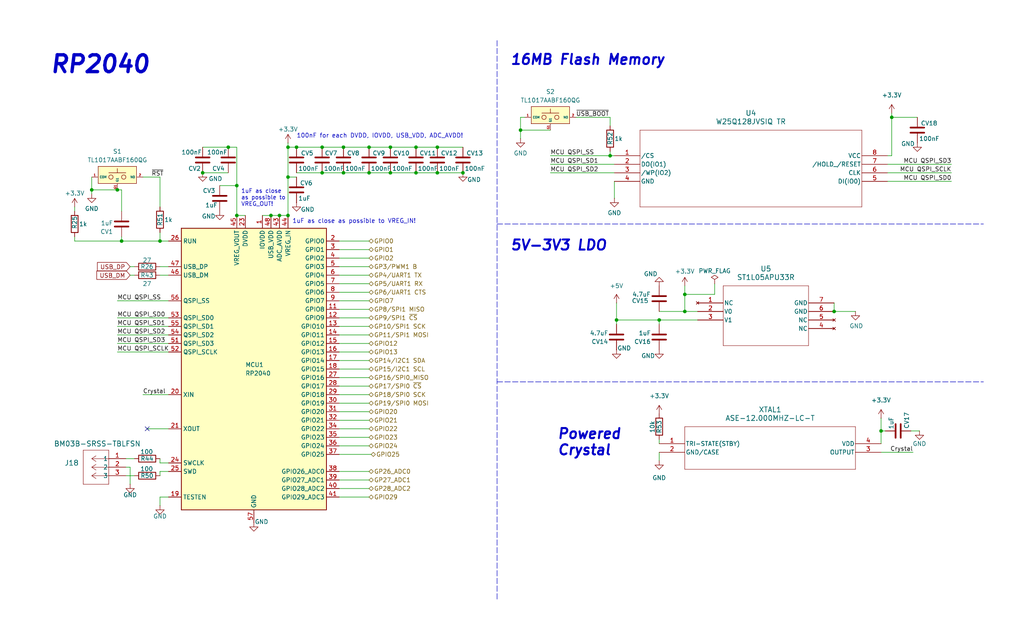
<source format=kicad_sch>
(kicad_sch (version 20250114) (generator "eeschema") (generator_version "9.0")
  (paper "User" 304.8 190.5)
  (lib_symbols
    (symbol "16MB_Flash:W25Q128JVSIQ_TR" (pin_names (offset 0.254))
      (property "Reference" "U" (at 40.64 12.7 0))
      (property "Value" "W25Q128JVSIQ TR" (at 40.64 10.16 0))
      (symbol "W25Q128JVSIQ_TR_0_1"
        (polyline (pts (xy 7.62 7.62) (xy 7.62 -15.24)) (stroke (width 0.127)))
        (polyline (pts (xy 7.62 -15.24) (xy 73.66 -15.24)) (stroke (width 0.127)))
        (polyline (pts (xy 73.66 7.62) (xy 7.62 7.62)) (stroke (width 0.127)))
        (polyline (pts (xy 73.66 -15.24) (xy 73.66 7.62)) (stroke (width 0.127)))
        (pin input line (at 0 0 0) (length 7.62) (name "/CS") (number "1"))
        (pin bidirectional line (at 0 -2.54 0) (length 7.62) (name "DO(IO1)") (number "2"))
        (pin bidirectional line (at 0 -5.08 0) (length 7.62) (name "/WP(IO2)") (number "3"))
        (pin passive line (at 0 -7.62 0) (length 7.62) (name "GND") (number "4"))
        (pin passive line (at 81.28 0 180) (length 7.62) (name "VCC") (number "8"))
        (pin bidirectional line (at 81.28 -2.54 180) (length 7.62) (name "/HOLD_/RESET") (number "7"))
        (pin input line (at 81.28 -5.08 180) (length 7.62) (name "CLK") (number "6"))
        (pin bidirectional line (at 81.28 -7.62 180) (length 7.62) (name "DI(IO0)") (number "5"))
      )
    )
    (symbol "AS12MHz:ASE-12.000MHZ-LC-T" (pin_names (offset 0.254))
      (property "Reference" "XTAL" (at 33.02 10.16 0))
      (property "Value" "ASE-12.000MHZ-LC-T" (at 33.02 7.62 0))
      (symbol "ASE-12.000MHZ-LC-T_0_1"
        (polyline (pts (xy 7.62 5.08) (xy 7.62 -7.62)) (stroke (width 0.127)))
        (polyline (pts (xy 7.62 -7.62) (xy 58.42 -7.62)) (stroke (width 0.127)))
        (polyline (pts (xy 58.42 5.08) (xy 7.62 5.08)) (stroke (width 0.127)))
        (polyline (pts (xy 58.42 -7.62) (xy 58.42 5.08)) (stroke (width 0.127)))
        (pin passive line (at 0 0 0) (length 7.62) (name "TRI-STATE(STBY)") (number "1"))
        (pin passive line (at 0 -2.54 0) (length 7.62) (name "GND/CASE") (number "2"))
        (pin power_in line (at 66.04 0 180) (length 7.62) (name "VDD") (number "4"))
        (pin output line (at 66.04 -2.54 180) (length 7.62) (name "OUTPUT") (number "3"))
      )
    )
    (symbol "Device:C" (pin_numbers (hide yes)) (pin_names (offset 0.254))
      (property "Reference" "C" (at 0.635 2.54 0))
      (property "Value" "C" (at 0.635 -2.54 0))
      (symbol "C_0_1"
        (polyline (pts (xy -2.032 0.762) (xy 2.032 0.762)) (stroke (width 0.508)))
        (polyline (pts (xy -2.032 -0.762) (xy 2.032 -0.762)) (stroke (width 0.508)))
      )
      (symbol "C_1_1"
        (pin passive line (at 0 3.81 270) (length 2.794) (name "~") (number "1"))
        (pin passive line (at 0 -3.81 90) (length 2.794) (name "~") (number "2"))
      )
    )
    (symbol "Device:R" (pin_numbers (hide yes)) (pin_names (offset 0))
      (property "Reference" "R" (at 2.032 0 90))
      (property "Value" "R" (at 0 0 90))
      (symbol "R_0_1"
        (rectangle (start -1.016 -2.54) (end 1.016 2.54) (stroke (width 0.254)))
      )
      (symbol "R_1_1"
        (pin passive line (at 0 3.81 270) (length 1.27) (name "~") (number "1"))
        (pin passive line (at 0 -3.81 90) (length 1.27) (name "~") (number "2"))
      )
    )
    (symbol "LDO_ST1L05A:ST1L05APU33R" (pin_names (offset 0.254))
      (property "Reference" "U" (at 20.32 10.16 0))
      (property "Value" "ST1L05APU33R" (at 20.32 7.62 0))
      (symbol "ST1L05APU33R_0_1"
        (polyline (pts (xy 7.62 5.08) (xy 7.62 -12.7)) (stroke (width 0.127)))
        (polyline (pts (xy 7.62 -12.7) (xy 33.02 -12.7)) (stroke (width 0.127)))
        (polyline (pts (xy 33.02 5.08) (xy 7.62 5.08)) (stroke (width 0.127)))
        (polyline (pts (xy 33.02 -12.7) (xy 33.02 5.08)) (stroke (width 0.127)))
        (pin no_connect line (at 0 0 0) (length 7.62) (name "NC") (number "1"))
        (pin passive line (at 0 -2.54 0) (length 7.62) (name "V0") (number "2"))
        (pin passive line (at 0 -5.08 0) (length 7.62) (name "V1") (number "3"))
        (pin passive line (at 40.64 0 180) (length 7.62) (name "GND") (number "7"))
        (pin passive line (at 40.64 -2.54 180) (length 7.62) (name "GND") (number "6"))
        (pin no_connect line (at 40.64 -5.08 180) (length 7.62) (name "NC") (number "5"))
        (pin no_connect line (at 40.64 -7.62 180) (length 7.62) (name "NC") (number "4"))
      )
    )
    (symbol "MCU_RaspberryPi:RP2040"
      (property "Reference" "U" (at 17.78 45.72 0))
      (property "Value" "RP2040" (at 17.78 43.18 0))
      (symbol "RP2040_0_1"
        (rectangle (start -21.59 41.91) (end 21.59 -41.91) (stroke (width 0.254)) (fill (type background)))
      )
      (symbol "RP2040_1_1"
        (pin input line (at -25.4 38.1 0) (length 3.81) (name "RUN") (number "26"))
        (pin bidirectional line (at -25.4 30.48 0) (length 3.81) (name "USB_DP") (number "47"))
        (pin bidirectional line (at -25.4 27.94 0) (length 3.81) (name "USB_DM") (number "46"))
        (pin bidirectional line (at -25.4 20.32 0) (length 3.81) (name "QSPI_SS") (number "56"))
        (pin bidirectional line (at -25.4 15.24 0) (length 3.81) (name "QSPI_SD0") (number "53"))
        (pin bidirectional line (at -25.4 12.7 0) (length 3.81) (name "QSPI_SD1") (number "55"))
        (pin bidirectional line (at -25.4 10.16 0) (length 3.81) (name "QSPI_SD2") (number "54"))
        (pin bidirectional line (at -25.4 7.62 0) (length 3.81) (name "QSPI_SD3") (number "51"))
        (pin output line (at -25.4 5.08 0) (length 3.81) (name "QSPI_SCLK") (number "52"))
        (pin input line (at -25.4 -7.62 0) (length 3.81) (name "XIN") (number "20"))
        (pin passive line (at -25.4 -17.78 0) (length 3.81) (name "XOUT") (number "21"))
        (pin input line (at -25.4 -27.94 0) (length 3.81) (name "SWCLK") (number "24"))
        (pin bidirectional line (at -25.4 -30.48 0) (length 3.81) (name "SWD") (number "25"))
        (pin input line (at -25.4 -38.1 0) (length 3.81) (name "TESTEN") (number "19"))
        (pin power_out line (at -5.08 45.72 270) (length 3.81) (name "VREG_VOUT") (number "45"))
        (pin power_in line (at -2.54 45.72 270) (length 3.81) (name "DVDD") (number "23"))
        (pin passive line (at -2.54 45.72 270) (length 3.81) (hide yes) (name "DVDD") (number "50"))
        (pin power_in line (at 0 -45.72 90) (length 3.81) (name "GND") (number "57"))
        (pin power_in line (at 2.54 45.72 270) (length 3.81) (name "IOVDD") (number "1"))
        (pin passive line (at 2.54 45.72 270) (length 3.81) (hide yes) (name "IOVDD") (number "10"))
        (pin passive line (at 2.54 45.72 270) (length 3.81) (hide yes) (name "IOVDD") (number "22"))
        (pin passive line (at 2.54 45.72 270) (length 3.81) (hide yes) (name "IOVDD") (number "33"))
        (pin passive line (at 2.54 45.72 270) (length 3.81) (hide yes) (name "IOVDD") (number "42"))
        (pin passive line (at 2.54 45.72 270) (length 3.81) (hide yes) (name "IOVDD") (number "49"))
        (pin power_in line (at 5.08 45.72 270) (length 3.81) (name "USB_VDD") (number "48"))
        (pin power_in line (at 7.62 45.72 270) (length 3.81) (name "ADC_AVDD") (number "43"))
        (pin power_in line (at 10.16 45.72 270) (length 3.81) (name "VREG_IN") (number "44"))
        (pin bidirectional line (at 25.4 38.1 180) (length 3.81) (name "GPIO0") (number "2"))
        (pin bidirectional line (at 25.4 35.56 180) (length 3.81) (name "GPIO1") (number "3"))
        (pin bidirectional line (at 25.4 33.02 180) (length 3.81) (name "GPIO2") (number "4"))
        (pin bidirectional line (at 25.4 30.48 180) (length 3.81) (name "GPIO3") (number "5"))
        (pin bidirectional line (at 25.4 27.94 180) (length 3.81) (name "GPIO4") (number "6"))
        (pin bidirectional line (at 25.4 25.4 180) (length 3.81) (name "GPIO5") (number "7"))
        (pin bidirectional line (at 25.4 22.86 180) (length 3.81) (name "GPIO6") (number "8"))
        (pin bidirectional line (at 25.4 20.32 180) (length 3.81) (name "GPIO7") (number "9"))
        (pin bidirectional line (at 25.4 17.78 180) (length 3.81) (name "GPIO8") (number "11"))
        (pin bidirectional line (at 25.4 15.24 180) (length 3.81) (name "GPIO9") (number "12"))
        (pin bidirectional line (at 25.4 12.7 180) (length 3.81) (name "GPIO10") (number "13"))
        (pin bidirectional line (at 25.4 10.16 180) (length 3.81) (name "GPIO11") (number "14"))
        (pin bidirectional line (at 25.4 7.62 180) (length 3.81) (name "GPIO12") (number "15"))
        (pin bidirectional line (at 25.4 5.08 180) (length 3.81) (name "GPIO13") (number "16"))
        (pin bidirectional line (at 25.4 2.54 180) (length 3.81) (name "GPIO14") (number "17"))
        (pin bidirectional line (at 25.4 0 180) (length 3.81) (name "GPIO15") (number "18"))
        (pin bidirectional line (at 25.4 -2.54 180) (length 3.81) (name "GPIO16") (number "27"))
        (pin bidirectional line (at 25.4 -5.08 180) (length 3.81) (name "GPIO17") (number "28"))
        (pin bidirectional line (at 25.4 -7.62 180) (length 3.81) (name "GPIO18") (number "29"))
        (pin bidirectional line (at 25.4 -10.16 180) (length 3.81) (name "GPIO19") (number "30"))
        (pin bidirectional line (at 25.4 -12.7 180) (length 3.81) (name "GPIO20") (number "31"))
        (pin bidirectional line (at 25.4 -15.24 180) (length 3.81) (name "GPIO21") (number "32"))
        (pin bidirectional line (at 25.4 -17.78 180) (length 3.81) (name "GPIO22") (number "34"))
        (pin bidirectional line (at 25.4 -20.32 180) (length 3.81) (name "GPIO23") (number "35"))
        (pin bidirectional line (at 25.4 -22.86 180) (length 3.81) (name "GPIO24") (number "36"))
        (pin bidirectional line (at 25.4 -25.4 180) (length 3.81) (name "GPIO25") (number "37"))
        (pin bidirectional line (at 25.4 -30.48 180) (length 3.81) (name "GPIO26_ADC0") (number "38"))
        (pin bidirectional line (at 25.4 -33.02 180) (length 3.81) (name "GPIO27_ADC1") (number "39"))
        (pin bidirectional line (at 25.4 -35.56 180) (length 3.81) (name "GPIO28_ADC2") (number "40"))
        (pin bidirectional line (at 25.4 -38.1 180) (length 3.81) (name "GPIO29_ADC3") (number "41"))
      )
    )
    (symbol "SWD_Con:BM03B-SRSS-TBLFSN" (pin_names (offset 0.254))
      (property "Reference" "J" (at 8.89 6.35 0))
      (property "Value" "BM03B-SRSS-TBLFSN" (at 0 0 0))
      (symbol "BM03B-SRSS-TBLFSN_1_1"
        (polyline (pts (xy 5.08 2.54) (xy 5.08 -7.62)) (stroke (width 0.127)))
        (polyline (pts (xy 5.08 -7.62) (xy 12.7 -7.62)) (stroke (width 0.127)))
        (polyline (pts (xy 10.16 0) (xy 5.08 0)) (stroke (width 0.127)))
        (polyline (pts (xy 10.16 0) (xy 8.89 0.8467)) (stroke (width 0.127)))
        (polyline (pts (xy 10.16 0) (xy 8.89 -0.8467)) (stroke (width 0.127)))
        (polyline (pts (xy 10.16 -2.54) (xy 5.08 -2.54)) (stroke (width 0.127)))
        (polyline (pts (xy 10.16 -2.54) (xy 8.89 -1.6933)) (stroke (width 0.127)))
        (polyline (pts (xy 10.16 -2.54) (xy 8.89 -3.3867)) (stroke (width 0.127)))
        (polyline (pts (xy 10.16 -5.08) (xy 5.08 -5.08)) (stroke (width 0.127)))
        (polyline (pts (xy 10.16 -5.08) (xy 8.89 -4.2333)) (stroke (width 0.127)))
        (polyline (pts (xy 10.16 -5.08) (xy 8.89 -5.9267)) (stroke (width 0.127)))
        (polyline (pts (xy 12.7 2.54) (xy 5.08 2.54)) (stroke (width 0.127)))
        (polyline (pts (xy 12.7 -7.62) (xy 12.7 2.54)) (stroke (width 0.127)))
        (pin passive line (at 0 0 0) (length 5.08) (name "1") (number "1"))
        (pin passive line (at 0 -2.54 0) (length 5.08) (name "2") (number "2"))
        (pin passive line (at 0 -5.08 0) (length 5.08) (name "3") (number "3"))
      )
      (symbol "BM03B-SRSS-TBLFSN_1_2"
        (polyline (pts (xy 5.08 2.54) (xy 5.08 -7.62)) (stroke (width 0.127)))
        (polyline (pts (xy 5.08 -7.62) (xy 12.7 -7.62)) (stroke (width 0.127)))
        (polyline (pts (xy 7.62 0) (xy 5.08 0)) (stroke (width 0.127)))
        (polyline (pts (xy 7.62 0) (xy 8.89 0.8467)) (stroke (width 0.127)))
        (polyline (pts (xy 7.62 0) (xy 8.89 -0.8467)) (stroke (width 0.127)))
        (polyline (pts (xy 7.62 -2.54) (xy 5.08 -2.54)) (stroke (width 0.127)))
        (polyline (pts (xy 7.62 -2.54) (xy 8.89 -1.6933)) (stroke (width 0.127)))
        (polyline (pts (xy 7.62 -2.54) (xy 8.89 -3.3867)) (stroke (width 0.127)))
        (polyline (pts (xy 7.62 -5.08) (xy 5.08 -5.08)) (stroke (width 0.127)))
        (polyline (pts (xy 7.62 -5.08) (xy 8.89 -4.2333)) (stroke (width 0.127)))
        (polyline (pts (xy 7.62 -5.08) (xy 8.89 -5.9267)) (stroke (width 0.127)))
        (polyline (pts (xy 12.7 2.54) (xy 5.08 2.54)) (stroke (width 0.127)))
        (polyline (pts (xy 12.7 -7.62) (xy 12.7 2.54)) (stroke (width 0.127)))
        (pin passive line (at 0 0 0) (length 5.08) (name "1") (number "1"))
        (pin passive line (at 0 -2.54 0) (length 5.08) (name "2") (number "2"))
        (pin passive line (at 0 -5.08 0) (length 5.08) (name "3") (number "3"))
      )
    )
    (symbol "TL1017AABF160QG:TL1017AABF160QG"
      (property "Reference" "S" (at 0.762 14.732 0))
      (property "Value" "TL1017AABF160QG" (at 0.762 12.192 0))
      (symbol "TL1017AABF160QG_0_1"
        (polyline (pts (xy 6.35 5.08) (xy 11.43 5.08)))
        (circle (center 6.985 3.81) (radius 0.635))
        (polyline (pts (xy 8.89 5.08) (xy 8.89 6.35)))
        (circle (center 10.795 3.81) (radius 0.635))
      )
      (symbol "TL1017AABF160QG_1_1"
        (rectangle (start 3.175 6.985) (end 14.605 1.905) (fill (type background)))
        (pin passive line (at 1.27 3.81 0) (length 1.778) (name "COM") (number "1"))
        (pin passive line (at 8.89 0 90) (length 1.778) (name "G1") (number "G1"))
        (pin passive line (at 16.51 3.81 180) (length 1.778) (name "NO") (number "2"))
      )
    )
    (symbol "power:+3.3V" (power) (pin_numbers (hide yes)) (pin_names (offset 0) (hide yes))
      (property "Value" "+3.3V" (at 0 3.556 0))
      (symbol "+3.3V_0_1"
        (polyline (pts (xy -0.762 1.27) (xy 0 2.54)))
        (polyline (pts (xy 0 2.54) (xy 0.762 1.27)))
        (polyline (pts (xy 0 0) (xy 0 2.54)))
      )
      (symbol "+3.3V_1_1"
        (pin power_in line (at 0 0 90) (length 0) (name "~") (number "1"))
      )
    )
    (symbol "power:+5V" (power) (pin_numbers (hide yes)) (pin_names (offset 0) (hide yes))
      (property "Value" "+5V" (at 0 3.556 0))
      (symbol "+5V_0_1"
        (polyline (pts (xy -0.762 1.27) (xy 0 2.54)))
        (polyline (pts (xy 0 2.54) (xy 0.762 1.27)))
        (polyline (pts (xy 0 0) (xy 0 2.54)))
      )
      (symbol "+5V_1_1"
        (pin power_in line (at 0 0 90) (length 0) (name "~") (number "1"))
      )
    )
    (symbol "power:GND" (power) (pin_numbers (hide yes)) (pin_names (offset 0) (hide yes))
      (property "Value" "GND" (at 0 -3.81 0))
      (symbol "GND_0_1"
        (polyline (pts (xy 0 0) (xy 0 -1.27) (xy 1.27 -1.27) (xy 0 -2.54) (xy -1.27 -1.27) (xy 0 -1.27)))
      )
      (symbol "GND_1_1"
        (pin power_in line (at 0 0 270) (length 0) (name "~") (number "1"))
      )
    )
    (symbol "power:PWR_FLAG" (power) (pin_numbers (hide yes)) (pin_names (offset 0) (hide yes))
      (property "Value" "PWR_FLAG" (at 0 3.81 0))
      (symbol "PWR_FLAG_0_0"
        (pin power_out line (at 0 0 90) (length 0) (name "~") (number "1"))
      )
      (symbol "PWR_FLAG_0_1"
        (polyline (pts (xy 0 0) (xy 0 1.27) (xy -1.016 1.905) (xy 0 2.54) (xy 1.016 1.905) (xy 0 1.27)))
      )
    )
  )
  (text "1uF as close \nas possible to \nVREG_OUT!" (at 71.755 61.595 0) (effects (font (size 1.2 1.2)) (justify left bottom)))
  (text "Powered\nCrystal" (at 165.735 135.89 0) (effects (font (size 3 3) (bold yes) (italic yes)) (justify left bottom)))
  (text "16MB Flash Memory" (at 151.765 19.685 0) (effects (font (size 3 3) (bold yes) (italic yes)) (justify left bottom)))
  (text "100nF for each DVDD, IOVDD, USB_VDD, ADC_AVDD!" (at 88.265 41.275 0) (effects (font (size 1.27 1.27)) (justify left bottom)))
  (text "5V-3V3 LDO" (at 151.765 74.93 0) (effects (font (size 3 3) (bold yes) (italic yes)) (justify left bottom)))
  (text "1uF as close as possible to VREG_IN!" (at 86.995 66.675 0) (effects (font (size 1.27 1.27)) (justify left bottom)))
  (text "RP2040" (at 14.605 22.225 0) (effects (font (size 5 5) (thickness 1) (bold yes) (italic yes)) (justify left bottom)))
  (junction (at 196.215 95.25))
  (junction (at 203.835 92.71))
  (junction (at 116.205 43.815))
  (junction (at 83.185 64.135))
  (junction (at 88.265 43.815))
  (junction (at 80.645 64.135))
  (junction (at 34.925 56.515))
  (junction (at 67.945 43.815))
  (junction (at 130.175 43.815))
  (junction (at 183.515 95.25))
  (junction (at 181.61 46.355))
  (junction (at 85.725 43.815))
  (junction (at 60.325 51.435))
  (junction (at 109.855 51.435))
  (junction (at 47.625 71.755))
  (junction (at 123.825 43.815))
  (junction (at 154.94 38.735))
  (junction (at 36.195 71.755))
  (junction (at 95.885 43.815))
  (junction (at 123.825 51.435))
  (junction (at 102.235 43.815))
  (junction (at 116.205 51.435))
  (junction (at 262.255 128.27))
  (junction (at 102.235 51.435))
  (junction (at 85.725 52.705))
  (junction (at 70.485 64.135))
  (junction (at 137.795 51.435))
  (junction (at 95.885 51.435))
  (junction (at 70.485 55.245))
  (junction (at 27.305 56.515))
  (junction (at 109.855 43.815))
  (junction (at 265.43 34.925))
  (junction (at 130.175 51.435))
  (junction (at 248.285 92.71))
  (junction (at 203.835 87.63))
  (junction (at 85.725 64.135))
  (no_connect (at 43.815 127.635))
  (wire (pts (xy 100.965 127.635) (xy 109.855 127.635)))
  (wire (pts (xy 100.965 94.615) (xy 109.855 94.615)))
  (wire (pts (xy 47.625 140.335) (xy 50.165 140.335)))
  (wire (pts (xy 34.925 104.775) (xy 50.165 104.775)))
  (wire (pts (xy 47.625 137.795) (xy 50.165 137.795)))
  (wire (pts (xy 130.175 43.815) (xy 137.795 43.815)))
  (wire (pts (xy 38.735 79.375) (xy 40.005 79.375)))
  (wire (pts (xy 47.625 147.955) (xy 50.165 147.955)))
  (wire (pts (xy 116.205 43.815) (xy 109.855 43.815)))
  (wire (pts (xy 95.885 43.815) (xy 88.265 43.815)))
  (wire (pts (xy 100.965 74.295) (xy 109.855 74.295)))
  (wire (pts (xy 182.88 48.895) (xy 163.83 48.895)))
  (wire (pts (xy 181.61 37.465) (xy 181.61 34.925)))
  (wire (pts (xy 248.285 92.71) (xy 254.635 92.71)))
  (wire (pts (xy 130.175 43.815) (xy 123.825 43.815)))
  (wire (pts (xy 60.325 43.815) (xy 67.945 43.815)))
  (wire (pts (xy 264.16 51.435) (xy 283.21 51.435)))
  (wire (pts (xy 36.195 56.515) (xy 36.195 62.865)))
  (wire (pts (xy 196.215 92.71) (xy 203.835 92.71)))
  (wire (pts (xy 47.625 69.215) (xy 47.625 71.755)))
  (wire (pts (xy 47.625 150.495) (xy 47.625 147.955)))
  (wire (pts (xy 85.725 42.545) (xy 85.725 43.815)))
  (wire (pts (xy 100.965 76.835) (xy 109.855 76.835)))
  (wire (pts (xy 100.965 147.955) (xy 109.855 147.955)))
  (wire (pts (xy 100.965 130.175) (xy 109.855 130.175)))
  (wire (pts (xy 100.965 104.775) (xy 109.855 104.775)))
  (wire (pts (xy 123.825 43.815) (xy 116.205 43.815)))
  (wire (pts (xy 100.965 142.875) (xy 109.855 142.875)))
  (wire (pts (xy 196.215 130.81) (xy 196.215 132.08)))
  (wire (pts (xy 34.925 97.155) (xy 50.165 97.155)))
  (wire (pts (xy 100.965 112.395) (xy 109.855 112.395)))
  (wire (pts (xy 27.305 52.705) (xy 27.305 56.515)))
  (wire (pts (xy 100.965 92.075) (xy 109.855 92.075)))
  (wire (pts (xy 265.43 34.925) (xy 265.43 33.655)))
  (wire (pts (xy 100.965 97.155) (xy 109.855 97.155)))
  (wire (pts (xy 85.725 52.705) (xy 88.265 52.705)))
  (wire (pts (xy 109.855 51.435) (xy 116.205 51.435)))
  (wire (pts (xy 100.965 84.455) (xy 109.855 84.455)))
  (wire (pts (xy 36.195 71.755) (xy 36.195 70.485)))
  (wire (pts (xy 78.105 64.135) (xy 80.645 64.135)))
  (wire (pts (xy 182.88 53.975) (xy 182.88 59.055)))
  (wire (pts (xy 156.21 34.925) (xy 154.94 34.925)))
  (wire (pts (xy 163.83 46.355) (xy 181.61 46.355)))
  (wire (pts (xy 37.465 136.525) (xy 40.005 136.525)))
  (wire (pts (xy 123.825 51.435) (xy 130.175 51.435)))
  (wire (pts (xy 271.145 128.27) (xy 273.685 128.27)))
  (wire (pts (xy 203.835 92.71) (xy 207.645 92.71)))
  (wire (pts (xy 100.965 102.235) (xy 109.855 102.235)))
  (wire (pts (xy 36.195 71.755) (xy 22.225 71.755)))
  (wire (pts (xy 36.195 71.755) (xy 47.625 71.755)))
  (wire (pts (xy 262.255 128.27) (xy 262.255 132.08)))
  (wire (pts (xy 109.855 43.815) (xy 102.235 43.815)))
  (wire (pts (xy 85.725 43.815) (xy 85.725 52.705)))
  (wire (pts (xy 264.16 53.975) (xy 283.21 53.975)))
  (wire (pts (xy 34.925 56.515) (xy 27.305 56.515)))
  (wire (pts (xy 22.225 71.755) (xy 22.225 70.485)))
  (wire (pts (xy 264.16 46.355) (xy 265.43 46.355)))
  (wire (pts (xy 100.965 86.995) (xy 109.855 86.995)))
  (wire (pts (xy 130.175 51.435) (xy 137.795 51.435)))
  (wire (pts (xy 27.305 56.515) (xy 27.305 57.785)))
  (wire (pts (xy 37.465 139.065) (xy 38.735 139.065)))
  (wire (pts (xy 100.965 71.755) (xy 109.855 71.755)))
  (wire (pts (xy 22.225 61.595) (xy 22.225 62.865)))
  (wire (pts (xy 70.485 43.815) (xy 67.945 43.815)))
  (wire (pts (xy 65.405 55.245) (xy 70.485 55.245)))
  (wire (pts (xy 80.645 64.135) (xy 83.185 64.135)))
  (wire (pts (xy 100.965 122.555) (xy 109.855 122.555)))
  (wire (pts (xy 154.94 38.735) (xy 163.83 38.735)))
  (wire (pts (xy 264.16 48.895) (xy 283.21 48.895)))
  (wire (pts (xy 47.625 52.705) (xy 47.625 61.595)))
  (wire (pts (xy 34.925 89.535) (xy 50.165 89.535)))
  (wire (pts (xy 100.965 79.375) (xy 109.855 79.375)))
  (wire (pts (xy 203.835 87.63) (xy 212.725 87.63)))
  (wire (pts (xy 100.965 135.255) (xy 110.49 135.255)))
  (wire (pts (xy 100.965 145.415) (xy 109.855 145.415)))
  (wire (pts (xy 182.88 51.435) (xy 163.83 51.435)))
  (wire (pts (xy 102.235 43.815) (xy 95.885 43.815)))
  (wire (pts (xy 116.205 51.435) (xy 123.825 51.435)))
  (wire (pts (xy 85.725 52.705) (xy 85.725 64.135)))
  (wire (pts (xy 183.515 95.25) (xy 183.515 96.52)))
  (wire (pts (xy 100.965 117.475) (xy 109.855 117.475)))
  (wire (pts (xy 248.285 90.17) (xy 248.285 92.71)))
  (wire (pts (xy 100.965 109.855) (xy 109.855 109.855)))
  (wire (pts (xy 38.735 81.915) (xy 40.005 81.915)))
  (wire (pts (xy 36.195 56.515) (xy 34.925 56.515)))
  (wire (pts (xy 88.265 51.435) (xy 95.885 51.435)))
  (wire (pts (xy 47.625 81.915) (xy 50.165 81.915)))
  (wire (pts (xy 100.965 120.015) (xy 109.855 120.015)))
  (wire (pts (xy 183.515 90.17) (xy 183.515 95.25)))
  (wire (pts (xy 60.325 51.435) (xy 67.945 51.435)))
  (wire (pts (xy 154.94 34.925) (xy 154.94 38.735)))
  (wire (pts (xy 42.545 117.475) (xy 50.165 117.475)))
  (wire (pts (xy 181.61 45.085) (xy 181.61 46.355)))
  (wire (pts (xy 183.515 95.25) (xy 196.215 95.25)))
  (polyline (pts (xy 147.955 113.665) (xy 292.735 113.665)) (stroke (width 0) (type dash)))
  (wire (pts (xy 88.265 43.815) (xy 85.725 43.815)))
  (polyline (pts (xy 147.955 12.065) (xy 147.955 178.435)) (stroke (width 0) (type dash)))
  (wire (pts (xy 100.965 140.335) (xy 109.855 140.335)))
  (wire (pts (xy 262.255 134.62) (xy 271.78 134.62)))
  (wire (pts (xy 95.885 51.435) (xy 102.235 51.435)))
  (wire (pts (xy 47.625 71.755) (xy 50.165 71.755)))
  (wire (pts (xy 196.215 134.62) (xy 196.215 137.16)))
  (wire (pts (xy 83.185 64.135) (xy 85.725 64.135)))
  (wire (pts (xy 47.625 141.605) (xy 47.625 140.335)))
  (wire (pts (xy 154.94 38.735) (xy 154.94 41.275)))
  (wire (pts (xy 100.965 132.715) (xy 109.855 132.715)))
  (wire (pts (xy 70.485 55.245) (xy 70.485 43.815)))
  (wire (pts (xy 34.925 102.235) (xy 50.165 102.235)))
  (polyline (pts (xy 147.955 66.675) (xy 292.735 66.675)) (stroke (width 0) (type dash)))
  (wire (pts (xy 37.465 141.605) (xy 40.005 141.605)))
  (wire (pts (xy 181.61 46.355) (xy 182.88 46.355)))
  (wire (pts (xy 38.735 139.065) (xy 38.735 144.145)))
  (wire (pts (xy 70.485 55.245) (xy 70.485 64.135)))
  (wire (pts (xy 181.61 34.925) (xy 171.45 34.925)))
  (wire (pts (xy 265.43 46.355) (xy 265.43 34.925)))
  (wire (pts (xy 262.255 124.46) (xy 262.255 128.27)))
  (wire (pts (xy 100.965 81.915) (xy 109.855 81.915)))
  (wire (pts (xy 100.965 107.315) (xy 109.855 107.315)))
  (wire (pts (xy 265.43 34.925) (xy 273.05 34.925)))
  (wire (pts (xy 196.215 96.52) (xy 196.215 95.25)))
  (wire (pts (xy 34.925 94.615) (xy 50.165 94.615)))
  (wire (pts (xy 196.215 95.25) (xy 207.645 95.25)))
  (wire (pts (xy 102.235 51.435) (xy 109.855 51.435)))
  (wire (pts (xy 203.835 87.63) (xy 203.835 92.71)))
  (wire (pts (xy 262.255 128.27) (xy 263.525 128.27)))
  (wire (pts (xy 42.545 52.705) (xy 47.625 52.705)))
  (wire (pts (xy 100.965 99.695) (xy 109.855 99.695)))
  (wire (pts (xy 100.965 89.535) (xy 109.855 89.535)))
  (wire (pts (xy 34.925 99.695) (xy 50.165 99.695)))
  (wire (pts (xy 70.485 64.135) (xy 73.025 64.135)))
  (wire (pts (xy 212.725 87.63) (xy 212.725 84.455)))
  (wire (pts (xy 43.815 127.635) (xy 50.165 127.635)))
  (wire (pts (xy 47.625 137.795) (xy 47.625 136.525)))
  (wire (pts (xy 100.965 114.935) (xy 109.855 114.935)))
  (wire (pts (xy 203.835 85.09) (xy 203.835 87.63)))
  (wire (pts (xy 100.965 125.095) (xy 109.855 125.095)))
  (wire (pts (xy 47.625 79.375) (xy 50.165 79.375)))
  (label "MCU QSPI_SCLK" (at 34.925 104.775 0))
  (label "MCU QSPI_SD0" (at 34.925 94.615 0))
  (label "MCU QSPI_SD0" (at 283.21 53.975 180))
  (label "MCU QSPI_SD1" (at 163.83 48.895 0))
  (label "MCU QSPI_SD1" (at 34.925 97.155 0))
  (label "MCU QSPI_SD2" (at 163.83 51.435 0))
  (label "Crystal" (at 271.78 134.62 180))
  (label "Crystal" (at 42.545 117.475 0))
  (label "MCU QSPI_SCLK" (at 283.21 51.435 180))
  (label "MCU QSPI_SS" (at 163.83 46.355 0))
  (label "MCU QSPI_SD3" (at 283.21 48.895 180))
  (label "MCU QSPI_SD2" (at 34.925 99.695 0))
  (label "~{RST}" (at 45.085 52.705 0))
  (label "~{USB_BOOT}" (at 171.45 34.925 0))
  (label "MCU QSPI_SS" (at 34.925 89.535 0))
  (label "MCU QSPI_SD3" (at 34.925 102.235 0))
  (global_label "USB_DM" (shape input) (at 38.735 81.915 180) (property "Intersheetrefs" "${INTERSHEET_REFS}" (effects (hide yes))))
  (global_label "USB_DP" (shape input) (at 38.735 79.375 180) (property "Intersheetrefs" "${INTERSHEET_REFS}" (effects (hide yes))))
  (hierarchical_label "GP17{slash}SPI0 ~{CS}" (shape bidirectional) (at 109.855 114.935 0))
  (hierarchical_label "GPIO1" (shape bidirectional) (at 109.855 74.295 0))
  (hierarchical_label "GP3{slash}PWM1 B" (shape bidirectional) (at 109.855 79.375 0))
  (hierarchical_label "GPIO0" (shape bidirectional) (at 109.855 71.755 0))
  (hierarchical_label "GP5{slash}UART1 RX" (shape bidirectional) (at 109.855 84.455 0))
  (hierarchical_label "GP26_ADC0" (shape bidirectional) (at 109.855 140.335 0))
  (hierarchical_label "GP11{slash}SPI1 MOSI" (shape bidirectional) (at 109.855 99.695 0))
  (hierarchical_label "GPIO2" (shape bidirectional) (at 109.855 76.835 0))
  (hierarchical_label "GP6{slash}UART1 CTS" (shape bidirectional) (at 109.855 86.995 0))
  (hierarchical_label "GP16{slash}SPI0_MISO" (shape bidirectional) (at 109.855 112.395 0))
  (hierarchical_label "GP9{slash}SPI1 ~{CS}" (shape bidirectional) (at 109.855 94.615 0))
  (hierarchical_label "GP18{slash}SPI0 SCK" (shape bidirectional) (at 109.855 117.475 0))
  (hierarchical_label "GP28_ADC2" (shape bidirectional) (at 109.855 145.415 0))
  (hierarchical_label "GPIO23" (shape bidirectional) (at 109.855 130.175 0))
  (hierarchical_label "GP15{slash}I2C1 SCL" (shape bidirectional) (at 109.855 109.855 0))
  (hierarchical_label "GPIO13" (shape bidirectional) (at 109.855 104.775 0))
  (hierarchical_label "GPIO20" (shape bidirectional) (at 109.855 122.555 0))
  (hierarchical_label "GP4{slash}UART1 TX" (shape bidirectional) (at 109.855 81.915 0))
  (hierarchical_label "GP14{slash}I2C1 SDA" (shape bidirectional) (at 109.855 107.315 0))
  (hierarchical_label "GPIO21" (shape bidirectional) (at 109.855 125.095 0))
  (hierarchical_label "GPIO24" (shape bidirectional) (at 109.855 132.715 0))
  (hierarchical_label "GP27_ADC1" (shape bidirectional) (at 109.855 142.875 0))
  (hierarchical_label "GPIO7" (shape bidirectional) (at 109.855 89.535 0))
  (hierarchical_label "GPIO12" (shape bidirectional) (at 109.855 102.235 0))
  (hierarchical_label "GP19{slash}SPI0 MOSI" (shape bidirectional) (at 109.855 120.015 0))
  (hierarchical_label "GP8{slash}SPI1 MISO" (shape bidirectional) (at 109.855 92.075 0))
  (hierarchical_label "GPIO22" (shape bidirectional) (at 109.855 127.635 0))
  (hierarchical_label "GPIO29" (shape bidirectional) (at 109.855 147.955 0))
  (hierarchical_label "GP10{slash}SPI1 SCK" (shape bidirectional) (at 109.855 97.155 0))
  (hierarchical_label "GPIO25" (shape bidirectional) (at 110.49 135.255 0))
  (symbol (lib_id "Device:R") (at 43.815 79.375 90) (unit 1)
    (property "Reference" "R26" (at 45.72 79.375 90) (effects (justify left)))
    (property "Value" "27" (at 45.085 77.47 90) (effects (justify left)))
    (property "Footprint" "Resistor-0603:RES_0603" (effects (hide yes)))
    (property "Description" "Resistor" (effects (hide yes)))
  )
  (symbol (lib_id "power:GND") (at 273.685 128.27 0) (unit 1)
    (property "Reference" "#PWR0104" (effects (hide yes)))
    (property "Value" "GND" (at 273.685 132.08 0))
    (property "Description" "Power symbol creates a global label with name \"GND\" , ground" (effects (hide yes)))
  )
  (symbol (lib_id "power:+3.3V") (at 265.43 33.655 0) (unit 1)
    (property "Reference" "#PWR099" (effects (hide yes)))
    (property "Value" "+3.3V" (at 265.43 28.321 0))
    (property "Description" "Power symbol creates a global label with name \"+3.3V\"" (effects (hide yes)))
  )
  (symbol (lib_id "power:GND") (at 38.735 144.145 0) (unit 1)
    (property "Reference" "#PWR015" (effects (hide yes)))
    (property "Value" "GND" (at 38.735 147.32 0))
    (property "Description" "Power symbol creates a global label with name \"GND\" , ground" (effects (hide yes)))
  )
  (symbol (lib_id "power:GND") (at 75.565 155.575 0) (unit 1)
    (property "Reference" "#PWR020" (effects (hide yes)))
    (property "Value" "GND" (at 77.851 155.321 0))
    (property "Description" "Power symbol creates a global label with name \"GND\" , ground" (effects (hide yes)))
  )
  (symbol (lib_id "Device:C") (at 67.945 47.625 180) (unit 1)
    (property "Reference" "CV4" (at 66.929 50.165 0) (effects (justify left)))
    (property "Value" "100nF" (at 67.691 45.339 0) (effects (justify left)))
    (property "Footprint" "Capacitor-0402:Capacitor_0402" (effects (hide yes)))
    (property "Description" "Unpolarized capacitor" (effects (hide yes)))
  )
  (symbol (lib_id "Device:C") (at 109.855 47.625 0) (unit 1)
    (property "Reference" "CV9" (at 110.871 45.593 0) (effects (justify left)))
    (property "Value" "100nF" (at 110.363 50.165 0) (effects (justify left)))
    (property "Footprint" "Capacitor-0402:Capacitor_0402" (effects (hide yes)))
    (property "Description" "Unpolarized capacitor" (effects (hide yes)))
  )
  (symbol (lib_id "Device:R") (at 22.225 66.675 0) (unit 1)
    (property "Reference" "R25" (at 22.225 68.199 90) (effects (justify left)))
    (property "Value" "1k" (at 23.495 66.675 0) (effects (justify left)))
    (property "Footprint" "Resistor-0402:RES_0402" (effects (hide yes)))
    (property "Description" "Resistor" (effects (hide yes)))
  )
  (symbol (lib_id "Device:C") (at 95.885 47.625 0) (unit 1)
    (property "Reference" "CV7" (at 96.647 45.593 0) (effects (justify left)))
    (property "Value" "100nF" (at 96.393 50.165 0) (effects (justify left)))
    (property "Footprint" "Capacitor-0402:Capacitor_0402" (effects (hide yes)))
    (property "Description" "Unpolarized capacitor" (effects (hide yes)))
  )
  (symbol (lib_id "Device:C") (at 267.335 128.27 90) (unit 1)
    (property "Reference" "CV17" (at 269.875 127.635 0) (effects (justify left)))
    (property "Value" "1uF" (at 265.303 127.762 0) (effects (justify left)))
    (property "Footprint" "Capacitor-0402:Capacitor_0402" (effects (hide yes)))
    (property "Description" "Unpolarized capacitor" (effects (hide yes)))
  )
  (symbol (lib_id "Device:R") (at 43.815 136.525 90) (mirror x) (unit 1)
    (property "Reference" "R44" (at 45.72 136.525 90) (effects (justify left)))
    (property "Value" "100" (at 45.593 134.493 90) (effects (justify left)))
    (property "Footprint" "Resistor-0402:RES_0402" (effects (hide yes)))
    (property "Description" "Resistor" (effects (hide yes)))
  )
  (symbol (lib_id "TL1017AABF160QG:TL1017AABF160QG") (at 154.94 38.735 0) (unit 1)
    (property "Reference" "S2" (at 163.83 27.305 0))
    (property "Value" "TL1017AABF160QG" (at 163.83 29.845 0))
    (property "Footprint" "E-Switch_Small:TL1017AABF160QG" (effects (hide yes)))
    (property "Datasheet" "https://configured-product-images.s3.amazonaws.com/2D/specs/TL1017AABF160QG.pdf" (effects (hide yes)))
    (property "Description" "TACT, Surface Mount" (effects (hide yes)))
    (property "Height" "1.7" (effects (hide yes)))
    (property "Mouser Part Number" "612-TL1017AABF160QG" (effects (hide yes)))
    (property "Mouser Price/Stock" "https://www.mouser.co.uk/ProductDetail/E-Switch/TL1017AABF160QG?qs=9vOqFld9vZWEDSBQD0ZM5A%3D%3D" (effects (hide yes)))
    (property "Manufacturer_Name" "E-Switch" (effects (hide yes)))
    (property "Manufacturer_Part_Number" "TL1017AABF160QG" (effects (hide yes)))
  )
  (symbol (lib_id "Device:C") (at 273.05 38.735 0) (unit 1)
    (property "Reference" "CV18" (at 274.066 36.703 0) (effects (justify left)))
    (property "Value" "100nF" (at 273.558 41.275 0) (effects (justify left)))
    (property "Footprint" "Capacitor-0402:Capacitor_0402" (effects (hide yes)))
    (property "Description" "Unpolarized capacitor" (effects (hide yes)))
  )
  (symbol (lib_id "power:+3.3V") (at 203.835 85.09 0) (unit 1)
    (property "Reference" "#PWR081" (effects (hide yes)))
    (property "Value" "+3.3V" (at 203.835 80.772 0))
    (property "Description" "Power symbol creates a global label with name \"+3.3V\"" (effects (hide yes)))
  )
  (symbol (lib_id "power:+3.3V") (at 85.725 42.545 0) (unit 1)
    (property "Reference" "#PWR021" (effects (hide yes)))
    (property "Value" "+3.3V" (at 85.725 38.481 0))
    (property "Description" "Power symbol creates a global label with name \"+3.3V\"" (effects (hide yes)))
  )
  (symbol (lib_id "power:GND") (at 183.515 104.14 0) (unit 1)
    (property "Reference" "#PWR029" (effects (hide yes)))
    (property "Value" "GND" (at 185.801 103.632 0))
    (property "Description" "Power symbol creates a global label with name \"GND\" , ground" (effects (hide yes)))
  )
  (symbol (lib_id "power:GND") (at 196.215 85.09 0) (mirror x) (unit 1)
    (property "Reference" "#PWR030" (effects (hide yes)))
    (property "Value" "GND" (at 193.675 81.534 0))
    (property "Description" "Power symbol creates a global label with name \"GND\" , ground" (effects (hide yes)))
  )
  (symbol (lib_id "Device:C") (at 102.235 47.625 0) (unit 1)
    (property "Reference" "CV8" (at 103.251 45.593 0) (effects (justify left)))
    (property "Value" "100nF" (at 102.743 50.165 0) (effects (justify left)))
    (property "Footprint" "Capacitor-0402:Capacitor_0402" (effects (hide yes)))
    (property "Description" "Unpolarized capacitor" (effects (hide yes)))
  )
  (symbol (lib_id "Device:C") (at 88.265 47.625 0) (unit 1)
    (property "Reference" "CV5" (at 89.535 45.593 0) (effects (justify left)))
    (property "Value" "100nF" (at 88.773 50.165 0) (effects (justify left)))
    (property "Footprint" "Capacitor-0402:Capacitor_0402" (effects (hide yes)))
    (property "Description" "Unpolarized capacitor" (effects (hide yes)))
  )
  (symbol (lib_id "Device:R") (at 43.815 81.915 90) (mirror x) (unit 1)
    (property "Reference" "R43" (at 45.72 81.915 90) (effects (justify left)))
    (property "Value" "27" (at 45.085 84.455 90) (effects (justify left)))
    (property "Footprint" "Resistor-0603:RES_0603" (effects (hide yes)))
    (property "Description" "Resistor" (effects (hide yes)))
  )
  (symbol (lib_id "power:GND") (at 137.795 51.435 0) (unit 1)
    (property "Reference" "#PWR023" (effects (hide yes)))
    (property "Value" "GND" (at 141.097 53.467 0))
    (property "Description" "Power symbol creates a global label with name \"GND\" , ground" (effects (hide yes)))
  )
  (symbol (lib_id "Device:R") (at 47.625 65.405 0) (unit 1)
    (property "Reference" "R51" (at 47.625 67.31 90) (effects (justify left)))
    (property "Value" "1k" (at 48.895 65.405 0) (effects (justify left)))
    (property "Footprint" "Resistor-0402:RES_0402" (effects (hide yes)))
    (property "Description" "Resistor" (effects (hide yes)))
  )
  (symbol (lib_id "power:PWR_FLAG") (at 212.725 84.455 0) (unit 1)
    (property "Reference" "#FLG01" (effects (hide yes)))
    (property "Value" "PWR_FLAG" (at 212.725 80.645 0))
    (property "Description" "Special symbol for telling ERC where power comes from" (effects (hide yes)))
  )
  (symbol (lib_id "Device:R") (at 196.215 127 0) (mirror x) (unit 1)
    (property "Reference" "R53" (at 196.215 125.095 90) (effects (justify left)))
    (property "Value" "10k" (at 194.183 125.222 90) (effects (justify left)))
    (property "Footprint" "Resistor-0402:RES_0402" (effects (hide yes)))
    (property "Description" "Resistor" (effects (hide yes)))
  )
  (symbol (lib_id "power:GND") (at 88.265 60.325 0) (unit 1)
    (property "Reference" "#PWR022" (effects (hide yes)))
    (property "Value" "GND" (at 91.567 62.357 0))
    (property "Description" "Power symbol creates a global label with name \"GND\" , ground" (effects (hide yes)))
  )
  (symbol (lib_id "Device:C") (at 60.325 47.625 180) (unit 1)
    (property "Reference" "CV2" (at 59.817 50.165 0) (effects (justify left)))
    (property "Value" "100nF" (at 60.071 45.339 0) (effects (justify left)))
    (property "Footprint" "Capacitor-0402:Capacitor_0402" (effects (hide yes)))
    (property "Description" "Unpolarized capacitor" (effects (hide yes)))
  )
  (symbol (lib_id "Device:C") (at 183.515 100.33 180) (unit 1)
    (property "Reference" "CV14" (at 181.0512 101.7016 0) (effects (justify left)))
    (property "Value" "4.7uF" (at 181.0512 99.1616 0) (effects (justify left)))
    (property "Footprint" "Capacitor-0402:Capacitor_0402" (effects (hide yes)))
    (property "Description" "Unpolarized capacitor" (effects (hide yes)))
  )
  (symbol (lib_id "LDO_ST1L05A:ST1L05APU33R") (at 207.645 90.17 0) (unit 1)
    (property "Reference" "U5" (at 227.965 80.01 0) (effects (font (size 1.524 1.524))))
    (property "Value" "ST1L05APU33R" (at 227.965 82.55 0) (effects (font (size 1.524 1.524))))
    (property "Footprint" "LDO ST1L05A:DFN_5APU33R_STM" (effects (hide yes)))
    (property "Datasheet" "ST1L05APU33R" (effects (hide yes)))
  )
  (symbol (lib_id "Device:R") (at 43.815 141.605 90) (mirror x) (unit 1)
    (property "Reference" "R50" (at 45.72 141.605 90) (effects (justify left)))
    (property "Value" "100" (at 45.593 139.573 90) (effects (justify left)))
    (property "Footprint" "Resistor-0402:RES_0402" (effects (hide yes)))
    (property "Description" "Resistor" (effects (hide yes)))
  )
  (symbol (lib_id "Device:C") (at 196.215 88.9 0) (mirror y) (unit 1)
    (property "Reference" "CV15" (at 193.04 89.535 0) (effects (justify left)))
    (property "Value" "4.7uF" (at 193.675 87.63 0) (effects (justify left)))
    (property "Footprint" "Capacitor-0402:Capacitor_0402" (effects (hide yes)))
    (property "Description" "Unpolarized capacitor" (effects (hide yes)))
  )
  (symbol (lib_id "power:+3.3V") (at 22.225 61.595 0) (unit 1)
    (property "Reference" "#PWR013" (effects (hide yes)))
    (property "Value" "+3.3V" (at 22.225 57.531 0))
    (property "Description" "Power symbol creates a global label with name \"+3.3V\"" (effects (hide yes)))
  )
  (symbol (lib_id "power:+3.3V") (at 262.255 124.46 0) (unit 1)
    (property "Reference" "#PWR084" (effects (hide yes)))
    (property "Value" "+3.3V" (at 262.255 119.126 0))
    (property "Description" "Power symbol creates a global label with name \"+3.3V\"" (effects (hide yes)))
  )
  (symbol (lib_id "power:GND") (at 254.635 92.71 0) (unit 1)
    (property "Reference" "#PWR082" (effects (hide yes)))
    (property "Value" "GND" (at 254.889 97.028 0))
    (property "Description" "Power symbol creates a global label with name \"GND\" , ground" (effects (hide yes)))
  )
  (symbol (lib_id "Device:C") (at 123.825 47.625 0) (unit 1)
    (property "Reference" "CV11" (at 124.841 45.593 0) (effects (justify left)))
    (property "Value" "100nF" (at 124.333 50.165 0) (effects (justify left)))
    (property "Footprint" "Capacitor-0402:Capacitor_0402" (effects (hide yes)))
    (property "Description" "Unpolarized capacitor" (effects (hide yes)))
  )
  (symbol (lib_id "MCU_RaspberryPi:RP2040") (at 75.565 109.855 0) (unit 1)
    (property "Reference" "MCU1" (at 73.025 108.585 0) (effects (justify left)))
    (property "Value" "RP2040" (at 73.025 111.125 0) (effects (justify left)))
    (property "Footprint" "Package_DFN_QFN:QFN-56-1EP_7x7mm_P0.4mm_EP3.2x3.2mm" (effects (hide yes)))
    (property "Datasheet" "https://datasheets.raspberrypi.com/rp2040/rp2040-datasheet.pdf" (effects (hide yes)))
    (property "Description" "A microcontroller by Raspberry Pi" (effects (hide yes)))
  )
  (symbol (lib_id "16MB_Flash:W25Q128JVSIQ_TR") (at 182.88 46.355 0) (unit 1)
    (property "Reference" "U4" (at 223.52 33.655 0) (effects (font (size 1.524 1.524))))
    (property "Value" "W25Q128JVSIQ TR" (at 223.52 36.195 0) (effects (font (size 1.524 1.524))))
    (property "Footprint" "NOR Flash:SOIC_208MIL_WIN" (effects (hide yes)))
    (property "Datasheet" "W25Q128JVSIQ TR" (effects (hide yes)))
  )
  (symbol (lib_id "power:+5V") (at 183.515 90.17 0) (unit 1)
    (property "Reference" "#PWR027" (effects (hide yes)))
    (property "Value" "+5V" (at 183.515 85.09 0))
    (property "Description" "Power symbol creates a global label with name \"+5V\"" (effects (hide yes)))
  )
  (symbol (lib_id "power:GND") (at 273.05 42.545 0) (unit 1)
    (property "Reference" "#PWR0100" (effects (hide yes)))
    (property "Value" "GND" (at 270.256 42.799 0))
    (property "Description" "Power symbol creates a global label with name \"GND\" , ground" (effects (hide yes)))
  )
  (symbol (lib_id "SWD_Con:BM03B-SRSS-TBLFSN") (at 37.465 136.525 0) (mirror y) (unit 1)
    (property "Reference" "J18" (at 23.495 137.7949 0) (effects (font (size 1.524 1.524)) (justify left)))
    (property "Value" "BM03B-SRSS-TBLFSN" (at 41.91 132.08 0) (effects (font (size 1.524 1.524)) (justify left)))
    (property "Footprint" "SWD_Con:CONN_BM03B-SRSS-TBLFSN_JST" (effects (hide yes)))
    (property "Datasheet" "BM03B-SRSS-TBLFSN" (effects (hide yes)))
  )
  (symbol (lib_id "power:GND") (at 65.405 62.865 0) (unit 1)
    (property "Reference" "#PWR018" (effects (hide yes)))
    (property "Value" "GND" (at 62.103 64.389 0))
    (property "Description" "Power symbol creates a global label with name \"GND\" , ground" (effects (hide yes)))
  )
  (symbol (lib_id "power:GND") (at 27.305 57.785 0) (unit 1)
    (property "Reference" "#PWR014" (effects (hide yes)))
    (property "Value" "GND" (at 27.305 62.103 0))
    (property "Description" "Power symbol creates a global label with name \"GND\" , ground" (effects (hide yes)))
  )
  (symbol (lib_id "Device:C") (at 196.215 100.33 180) (unit 1)
    (property "Reference" "CV16" (at 193.7512 101.7016 0) (effects (justify left)))
    (property "Value" "1uF" (at 193.7512 99.1616 0) (effects (justify left)))
    (property "Footprint" "Capacitor-0402:Capacitor_0402" (effects (hide yes)))
    (property "Description" "Unpolarized capacitor" (effects (hide yes)))
  )
  (symbol (lib_id "power:GND") (at 60.325 51.435 0) (unit 1)
    (property "Reference" "#PWR017" (effects (hide yes)))
    (property "Value" "GND" (at 64.135 53.213 0))
    (property "Description" "Power symbol creates a global label with name \"GND\" , ground" (effects (hide yes)))
  )
  (symbol (lib_id "power:+3.3V") (at 196.215 123.19 0) (unit 1)
    (property "Reference" "#PWR074" (effects (hide yes)))
    (property "Value" "+3.3V" (at 196.215 117.856 0))
    (property "Description" "Power symbol creates a global label with name \"+3.3V\"" (effects (hide yes)))
  )
  (symbol (lib_id "Device:R") (at 181.61 41.275 0) (unit 1)
    (property "Reference" "R52" (at 181.61 43.18 90) (effects (justify left)))
    (property "Value" "1k" (at 182.88 41.275 0) (effects (justify left)))
    (property "Footprint" "Resistor-0402:RES_0402" (effects (hide yes)))
    (property "Description" "Resistor" (effects (hide yes)))
  )
  (symbol (lib_id "Device:C") (at 36.195 66.675 180) (unit 1)
    (property "Reference" "CV1" (at 33.655 68.961 0) (effects (justify left)))
    (property "Value" "1uF" (at 33.655 66.421 0) (effects (justify left)))
    (property "Footprint" "Capacitor-0402:Capacitor_0402" (effects (hide yes)))
    (property "Description" "Unpolarized capacitor" (effects (hide yes)))
  )
  (symbol (lib_id "Device:C") (at 116.205 47.625 0) (unit 1)
    (property "Reference" "CV10" (at 116.967 45.593 0) (effects (justify left)))
    (property "Value" "100nF" (at 116.713 50.165 0) (effects (justify left)))
    (property "Footprint" "Capacitor-0402:Capacitor_0402" (effects (hide yes)))
    (property "Description" "Unpolarized capacitor" (effects (hide yes)))
  )
  (symbol (lib_id "TL1017AABF160QG:TL1017AABF160QG") (at 26.035 56.515 0) (unit 1)
    (property "Reference" "S1" (at 34.925 45.085 0))
    (property "Value" "TL1017AABF160QG" (at 34.925 47.625 0))
    (property "Footprint" "E-Switch_Small:TL1017AABF160QG" (effects (hide yes)))
    (property "Datasheet" "https://configured-product-images.s3.amazonaws.com/2D/specs/TL1017AABF160QG.pdf" (effects (hide yes)))
    (property "Description" "TACT, Surface Mount" (effects (hide yes)))
    (property "Height" "1.7" (effects (hide yes)))
    (property "Mouser Part Number" "612-TL1017AABF160QG" (effects (hide yes)))
    (property "Mouser Price/Stock" "https://www.mouser.co.uk/ProductDetail/E-Switch/TL1017AABF160QG?qs=9vOqFld9vZWEDSBQD0ZM5A%3D%3D" (effects (hide yes)))
    (property "Manufacturer_Name" "E-Switch" (effects (hide yes)))
    (property "Manufacturer_Part_Number" "TL1017AABF160QG" (effects (hide yes)))
  )
  (symbol (lib_id "power:GND") (at 154.94 41.275 0) (unit 1)
    (property "Reference" "#PWR024" (effects (hide yes)))
    (property "Value" "GND" (at 154.94 45.593 0))
    (property "Description" "Power symbol creates a global label with name \"GND\" , ground" (effects (hide yes)))
  )
  (symbol (lib_id "power:GND") (at 47.625 150.495 0) (unit 1)
    (property "Reference" "#PWR016" (effects (hide yes)))
    (property "Value" "GND" (at 47.625 153.67 0))
    (property "Description" "Power symbol creates a global label with name \"GND\" , ground" (effects (hide yes)))
  )
  (symbol (lib_id "Device:C") (at 130.175 47.625 0) (unit 1)
    (property "Reference" "CV12" (at 131.191 45.593 0) (effects (justify left)))
    (property "Value" "100nF" (at 130.683 50.165 0) (effects (justify left)))
    (property "Footprint" "Capacitor-0402:Capacitor_0402" (effects (hide yes)))
    (property "Description" "Unpolarized capacitor" (effects (hide yes)))
  )
  (symbol (lib_id "Device:C") (at 65.405 59.055 0) (unit 1)
    (property "Reference" "CV3" (at 60.325 56.769 0) (effects (justify left)))
    (property "Value" "1uF" (at 61.087 61.087 0) (effects (justify left)))
    (property "Footprint" "Capacitor-0402:Capacitor_0402" (effects (hide yes)))
    (property "Description" "Unpolarized capacitor" (effects (hide yes)))
  )
  (symbol (lib_id "power:GND") (at 182.88 59.055 0) (unit 1)
    (property "Reference" "#PWR026" (effects (hide yes)))
    (property "Value" "GND" (at 182.88 63.373 0))
    (property "Description" "Power symbol creates a global label with name \"GND\" , ground" (effects (hide yes)))
  )
  (symbol (lib_id "AS12MHz:ASE-12.000MHZ-LC-T") (at 196.215 132.08 0) (unit 1)
    (property "Reference" "XTAL1" (at 229.235 121.92 0) (effects (font (size 1.524 1.524))))
    (property "Value" "ASE-12.000MHZ-LC-T" (at 229.235 124.46 0) (effects (font (size 1.524 1.524))))
    (property "Footprint" "AS12MHz:ASE-3.2X2.5_ABR" (effects (hide yes)))
    (property "Datasheet" "ASE-12.000MHZ-LC-T" (effects (hide yes)))
  )
  (symbol (lib_id "power:GND") (at 196.215 104.14 0) (unit 1)
    (property "Reference" "#PWR031" (effects (hide yes)))
    (property "Value" "GND" (at 192.913 105.918 0))
    (property "Description" "Power symbol creates a global label with name \"GND\" , ground" (effects (hide yes)))
  )
  (symbol (lib_id "Device:C") (at 137.795 47.625 0) (unit 1)
    (property "Reference" "CV13" (at 138.811 45.593 0) (effects (justify left)))
    (property "Value" "100nF" (at 138.303 50.165 0) (effects (justify left)))
    (property "Footprint" "Capacitor-0402:Capacitor_0402" (effects (hide yes)))
    (property "Description" "Unpolarized capacitor" (effects (hide yes)))
  )
  (symbol (lib_id "Device:C") (at 88.265 56.515 0) (unit 1)
    (property "Reference" "CV6" (at 89.281 54.483 0) (effects (justify left)))
    (property "Value" "1uF" (at 88.773 59.055 0) (effects (justify left)))
    (property "Footprint" "Capacitor-0402:Capacitor_0402" (effects (hide yes)))
    (property "Description" "Unpolarized capacitor" (effects (hide yes)))
  )
  (symbol (lib_id "power:GND") (at 196.215 137.16 0) (unit 1)
    (property "Reference" "#PWR076" (effects (hide yes)))
    (property "Value" "GND" (at 196.215 142.24 0))
    (property "Description" "Power symbol creates a global label with name \"GND\" , ground" (effects (hide yes)))
  )
)
</source>
